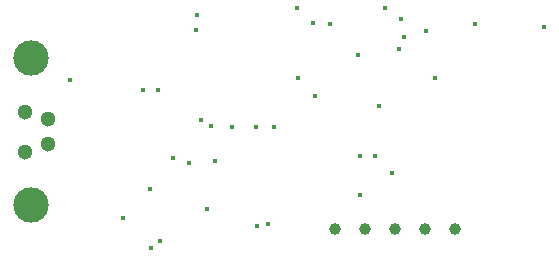
<source format=gbr>
%TF.GenerationSoftware,KiCad,Pcbnew,8.0.8*%
%TF.CreationDate,2025-02-03T14:11:02+01:00*%
%TF.ProjectId,ASS,4153532e-6b69-4636-9164-5f7063625858,rev?*%
%TF.SameCoordinates,PX5f5e100PY4c4b400*%
%TF.FileFunction,Plated,1,2,PTH,Drill*%
%TF.FilePolarity,Positive*%
%FSLAX46Y46*%
G04 Gerber Fmt 4.6, Leading zero omitted, Abs format (unit mm)*
G04 Created by KiCad (PCBNEW 8.0.8) date 2025-02-03 14:11:02*
%MOMM*%
%LPD*%
G01*
G04 APERTURE LIST*
%TA.AperFunction,ViaDrill*%
%ADD10C,0.400000*%
%TD*%
%TA.AperFunction,ComponentDrill*%
%ADD11C,1.000000*%
%TD*%
%TA.AperFunction,ComponentDrill*%
%ADD12C,1.300000*%
%TD*%
%TA.AperFunction,ComponentDrill*%
%ADD13C,3.000000*%
%TD*%
G04 APERTURE END LIST*
D10*
X8830000Y15850000D03*
X13300000Y4150000D03*
X15050000Y15040000D03*
X15600000Y6620000D03*
X15670000Y1680000D03*
X16250000Y15030000D03*
X16440000Y2250000D03*
X17600000Y9300000D03*
X18882347Y8872347D03*
X19470000Y20130000D03*
X19630000Y21340000D03*
X19900000Y12500000D03*
X20400000Y4900000D03*
X20800000Y12000000D03*
X21106250Y9040000D03*
X22550000Y11860000D03*
X24567500Y11870000D03*
X24640000Y3530000D03*
X25641097Y3638903D03*
X26090000Y11850000D03*
X28040000Y21930000D03*
X28100000Y16000000D03*
X29370000Y20670000D03*
X29600000Y14500000D03*
X30870000Y20640000D03*
X33256403Y17976403D03*
X33392501Y6094697D03*
X33410000Y9410000D03*
X34700000Y9400000D03*
X34958264Y13694344D03*
X35540000Y21940000D03*
X36100000Y8000000D03*
X36687500Y18487500D03*
X36847500Y21060000D03*
X37100000Y19500000D03*
X38970000Y19990000D03*
X39700000Y16000000D03*
X43110000Y20647500D03*
X48970000Y20320000D03*
D11*
%TO.C,J1*%
X31277500Y3260000D03*
X33817500Y3260000D03*
X36357500Y3260000D03*
X38897500Y3260000D03*
X41437500Y3260000D03*
D12*
%TO.C,J101*%
X5040000Y13190000D03*
X5040000Y9790000D03*
X6990000Y12565000D03*
X6990000Y10415000D03*
D13*
X5540000Y17740000D03*
X5540000Y5240000D03*
M02*

</source>
